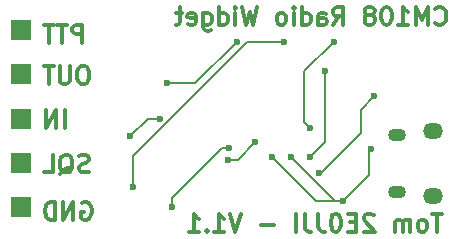
<source format=gbr>
%TF.GenerationSoftware,KiCad,Pcbnew,8.0.4+dfsg-1*%
%TF.CreationDate,2024-12-18T14:37:18+00:00*%
%TF.ProjectId,single-sided-radio-interface,73696e67-6c65-42d7-9369-6465642d7261,rev?*%
%TF.SameCoordinates,Original*%
%TF.FileFunction,Copper,L2,Bot*%
%TF.FilePolarity,Positive*%
%FSLAX46Y46*%
G04 Gerber Fmt 4.6, Leading zero omitted, Abs format (unit mm)*
G04 Created by KiCad (PCBNEW 8.0.4+dfsg-1) date 2024-12-18 14:37:18*
%MOMM*%
%LPD*%
G01*
G04 APERTURE LIST*
%ADD10C,0.300000*%
%TA.AperFunction,NonConductor*%
%ADD11C,0.300000*%
%TD*%
%TA.AperFunction,ComponentPad*%
%ADD12R,1.700000X1.700000*%
%TD*%
%TA.AperFunction,ComponentPad*%
%ADD13O,1.700000X1.350000*%
%TD*%
%TA.AperFunction,ComponentPad*%
%ADD14O,1.500000X1.100000*%
%TD*%
%TA.AperFunction,ViaPad*%
%ADD15C,0.600000*%
%TD*%
%TA.AperFunction,Conductor*%
%ADD16C,0.200000*%
%TD*%
G04 APERTURE END LIST*
D10*
D11*
X111088346Y-58657971D02*
X111159774Y-58729400D01*
X111159774Y-58729400D02*
X111374060Y-58800828D01*
X111374060Y-58800828D02*
X111516917Y-58800828D01*
X111516917Y-58800828D02*
X111731203Y-58729400D01*
X111731203Y-58729400D02*
X111874060Y-58586542D01*
X111874060Y-58586542D02*
X111945489Y-58443685D01*
X111945489Y-58443685D02*
X112016917Y-58157971D01*
X112016917Y-58157971D02*
X112016917Y-57943685D01*
X112016917Y-57943685D02*
X111945489Y-57657971D01*
X111945489Y-57657971D02*
X111874060Y-57515114D01*
X111874060Y-57515114D02*
X111731203Y-57372257D01*
X111731203Y-57372257D02*
X111516917Y-57300828D01*
X111516917Y-57300828D02*
X111374060Y-57300828D01*
X111374060Y-57300828D02*
X111159774Y-57372257D01*
X111159774Y-57372257D02*
X111088346Y-57443685D01*
X110445489Y-58800828D02*
X110445489Y-57300828D01*
X110445489Y-57300828D02*
X109945489Y-58372257D01*
X109945489Y-58372257D02*
X109445489Y-57300828D01*
X109445489Y-57300828D02*
X109445489Y-58800828D01*
X107945488Y-58800828D02*
X108802631Y-58800828D01*
X108374060Y-58800828D02*
X108374060Y-57300828D01*
X108374060Y-57300828D02*
X108516917Y-57515114D01*
X108516917Y-57515114D02*
X108659774Y-57657971D01*
X108659774Y-57657971D02*
X108802631Y-57729400D01*
X107016917Y-57300828D02*
X106874060Y-57300828D01*
X106874060Y-57300828D02*
X106731203Y-57372257D01*
X106731203Y-57372257D02*
X106659775Y-57443685D01*
X106659775Y-57443685D02*
X106588346Y-57586542D01*
X106588346Y-57586542D02*
X106516917Y-57872257D01*
X106516917Y-57872257D02*
X106516917Y-58229400D01*
X106516917Y-58229400D02*
X106588346Y-58515114D01*
X106588346Y-58515114D02*
X106659775Y-58657971D01*
X106659775Y-58657971D02*
X106731203Y-58729400D01*
X106731203Y-58729400D02*
X106874060Y-58800828D01*
X106874060Y-58800828D02*
X107016917Y-58800828D01*
X107016917Y-58800828D02*
X107159775Y-58729400D01*
X107159775Y-58729400D02*
X107231203Y-58657971D01*
X107231203Y-58657971D02*
X107302632Y-58515114D01*
X107302632Y-58515114D02*
X107374060Y-58229400D01*
X107374060Y-58229400D02*
X107374060Y-57872257D01*
X107374060Y-57872257D02*
X107302632Y-57586542D01*
X107302632Y-57586542D02*
X107231203Y-57443685D01*
X107231203Y-57443685D02*
X107159775Y-57372257D01*
X107159775Y-57372257D02*
X107016917Y-57300828D01*
X105659775Y-57943685D02*
X105802632Y-57872257D01*
X105802632Y-57872257D02*
X105874061Y-57800828D01*
X105874061Y-57800828D02*
X105945489Y-57657971D01*
X105945489Y-57657971D02*
X105945489Y-57586542D01*
X105945489Y-57586542D02*
X105874061Y-57443685D01*
X105874061Y-57443685D02*
X105802632Y-57372257D01*
X105802632Y-57372257D02*
X105659775Y-57300828D01*
X105659775Y-57300828D02*
X105374061Y-57300828D01*
X105374061Y-57300828D02*
X105231204Y-57372257D01*
X105231204Y-57372257D02*
X105159775Y-57443685D01*
X105159775Y-57443685D02*
X105088346Y-57586542D01*
X105088346Y-57586542D02*
X105088346Y-57657971D01*
X105088346Y-57657971D02*
X105159775Y-57800828D01*
X105159775Y-57800828D02*
X105231204Y-57872257D01*
X105231204Y-57872257D02*
X105374061Y-57943685D01*
X105374061Y-57943685D02*
X105659775Y-57943685D01*
X105659775Y-57943685D02*
X105802632Y-58015114D01*
X105802632Y-58015114D02*
X105874061Y-58086542D01*
X105874061Y-58086542D02*
X105945489Y-58229400D01*
X105945489Y-58229400D02*
X105945489Y-58515114D01*
X105945489Y-58515114D02*
X105874061Y-58657971D01*
X105874061Y-58657971D02*
X105802632Y-58729400D01*
X105802632Y-58729400D02*
X105659775Y-58800828D01*
X105659775Y-58800828D02*
X105374061Y-58800828D01*
X105374061Y-58800828D02*
X105231204Y-58729400D01*
X105231204Y-58729400D02*
X105159775Y-58657971D01*
X105159775Y-58657971D02*
X105088346Y-58515114D01*
X105088346Y-58515114D02*
X105088346Y-58229400D01*
X105088346Y-58229400D02*
X105159775Y-58086542D01*
X105159775Y-58086542D02*
X105231204Y-58015114D01*
X105231204Y-58015114D02*
X105374061Y-57943685D01*
X102445490Y-58800828D02*
X102945490Y-58086542D01*
X103302633Y-58800828D02*
X103302633Y-57300828D01*
X103302633Y-57300828D02*
X102731204Y-57300828D01*
X102731204Y-57300828D02*
X102588347Y-57372257D01*
X102588347Y-57372257D02*
X102516918Y-57443685D01*
X102516918Y-57443685D02*
X102445490Y-57586542D01*
X102445490Y-57586542D02*
X102445490Y-57800828D01*
X102445490Y-57800828D02*
X102516918Y-57943685D01*
X102516918Y-57943685D02*
X102588347Y-58015114D01*
X102588347Y-58015114D02*
X102731204Y-58086542D01*
X102731204Y-58086542D02*
X103302633Y-58086542D01*
X101159776Y-58800828D02*
X101159776Y-58015114D01*
X101159776Y-58015114D02*
X101231204Y-57872257D01*
X101231204Y-57872257D02*
X101374061Y-57800828D01*
X101374061Y-57800828D02*
X101659776Y-57800828D01*
X101659776Y-57800828D02*
X101802633Y-57872257D01*
X101159776Y-58729400D02*
X101302633Y-58800828D01*
X101302633Y-58800828D02*
X101659776Y-58800828D01*
X101659776Y-58800828D02*
X101802633Y-58729400D01*
X101802633Y-58729400D02*
X101874061Y-58586542D01*
X101874061Y-58586542D02*
X101874061Y-58443685D01*
X101874061Y-58443685D02*
X101802633Y-58300828D01*
X101802633Y-58300828D02*
X101659776Y-58229400D01*
X101659776Y-58229400D02*
X101302633Y-58229400D01*
X101302633Y-58229400D02*
X101159776Y-58157971D01*
X99802633Y-58800828D02*
X99802633Y-57300828D01*
X99802633Y-58729400D02*
X99945490Y-58800828D01*
X99945490Y-58800828D02*
X100231204Y-58800828D01*
X100231204Y-58800828D02*
X100374061Y-58729400D01*
X100374061Y-58729400D02*
X100445490Y-58657971D01*
X100445490Y-58657971D02*
X100516918Y-58515114D01*
X100516918Y-58515114D02*
X100516918Y-58086542D01*
X100516918Y-58086542D02*
X100445490Y-57943685D01*
X100445490Y-57943685D02*
X100374061Y-57872257D01*
X100374061Y-57872257D02*
X100231204Y-57800828D01*
X100231204Y-57800828D02*
X99945490Y-57800828D01*
X99945490Y-57800828D02*
X99802633Y-57872257D01*
X99088347Y-58800828D02*
X99088347Y-57800828D01*
X99088347Y-57300828D02*
X99159775Y-57372257D01*
X99159775Y-57372257D02*
X99088347Y-57443685D01*
X99088347Y-57443685D02*
X99016918Y-57372257D01*
X99016918Y-57372257D02*
X99088347Y-57300828D01*
X99088347Y-57300828D02*
X99088347Y-57443685D01*
X98159775Y-58800828D02*
X98302632Y-58729400D01*
X98302632Y-58729400D02*
X98374061Y-58657971D01*
X98374061Y-58657971D02*
X98445489Y-58515114D01*
X98445489Y-58515114D02*
X98445489Y-58086542D01*
X98445489Y-58086542D02*
X98374061Y-57943685D01*
X98374061Y-57943685D02*
X98302632Y-57872257D01*
X98302632Y-57872257D02*
X98159775Y-57800828D01*
X98159775Y-57800828D02*
X97945489Y-57800828D01*
X97945489Y-57800828D02*
X97802632Y-57872257D01*
X97802632Y-57872257D02*
X97731204Y-57943685D01*
X97731204Y-57943685D02*
X97659775Y-58086542D01*
X97659775Y-58086542D02*
X97659775Y-58515114D01*
X97659775Y-58515114D02*
X97731204Y-58657971D01*
X97731204Y-58657971D02*
X97802632Y-58729400D01*
X97802632Y-58729400D02*
X97945489Y-58800828D01*
X97945489Y-58800828D02*
X98159775Y-58800828D01*
X96016918Y-57300828D02*
X95659775Y-58800828D01*
X95659775Y-58800828D02*
X95374061Y-57729400D01*
X95374061Y-57729400D02*
X95088346Y-58800828D01*
X95088346Y-58800828D02*
X94731204Y-57300828D01*
X94159775Y-58800828D02*
X94159775Y-57800828D01*
X94159775Y-57300828D02*
X94231203Y-57372257D01*
X94231203Y-57372257D02*
X94159775Y-57443685D01*
X94159775Y-57443685D02*
X94088346Y-57372257D01*
X94088346Y-57372257D02*
X94159775Y-57300828D01*
X94159775Y-57300828D02*
X94159775Y-57443685D01*
X92802632Y-58800828D02*
X92802632Y-57300828D01*
X92802632Y-58729400D02*
X92945489Y-58800828D01*
X92945489Y-58800828D02*
X93231203Y-58800828D01*
X93231203Y-58800828D02*
X93374060Y-58729400D01*
X93374060Y-58729400D02*
X93445489Y-58657971D01*
X93445489Y-58657971D02*
X93516917Y-58515114D01*
X93516917Y-58515114D02*
X93516917Y-58086542D01*
X93516917Y-58086542D02*
X93445489Y-57943685D01*
X93445489Y-57943685D02*
X93374060Y-57872257D01*
X93374060Y-57872257D02*
X93231203Y-57800828D01*
X93231203Y-57800828D02*
X92945489Y-57800828D01*
X92945489Y-57800828D02*
X92802632Y-57872257D01*
X91445489Y-57800828D02*
X91445489Y-59015114D01*
X91445489Y-59015114D02*
X91516917Y-59157971D01*
X91516917Y-59157971D02*
X91588346Y-59229400D01*
X91588346Y-59229400D02*
X91731203Y-59300828D01*
X91731203Y-59300828D02*
X91945489Y-59300828D01*
X91945489Y-59300828D02*
X92088346Y-59229400D01*
X91445489Y-58729400D02*
X91588346Y-58800828D01*
X91588346Y-58800828D02*
X91874060Y-58800828D01*
X91874060Y-58800828D02*
X92016917Y-58729400D01*
X92016917Y-58729400D02*
X92088346Y-58657971D01*
X92088346Y-58657971D02*
X92159774Y-58515114D01*
X92159774Y-58515114D02*
X92159774Y-58086542D01*
X92159774Y-58086542D02*
X92088346Y-57943685D01*
X92088346Y-57943685D02*
X92016917Y-57872257D01*
X92016917Y-57872257D02*
X91874060Y-57800828D01*
X91874060Y-57800828D02*
X91588346Y-57800828D01*
X91588346Y-57800828D02*
X91445489Y-57872257D01*
X90159774Y-58729400D02*
X90302631Y-58800828D01*
X90302631Y-58800828D02*
X90588346Y-58800828D01*
X90588346Y-58800828D02*
X90731203Y-58729400D01*
X90731203Y-58729400D02*
X90802631Y-58586542D01*
X90802631Y-58586542D02*
X90802631Y-58015114D01*
X90802631Y-58015114D02*
X90731203Y-57872257D01*
X90731203Y-57872257D02*
X90588346Y-57800828D01*
X90588346Y-57800828D02*
X90302631Y-57800828D01*
X90302631Y-57800828D02*
X90159774Y-57872257D01*
X90159774Y-57872257D02*
X90088346Y-58015114D01*
X90088346Y-58015114D02*
X90088346Y-58157971D01*
X90088346Y-58157971D02*
X90802631Y-58300828D01*
X89659774Y-57800828D02*
X89088346Y-57800828D01*
X89445489Y-57300828D02*
X89445489Y-58586542D01*
X89445489Y-58586542D02*
X89374060Y-58729400D01*
X89374060Y-58729400D02*
X89231203Y-58800828D01*
X89231203Y-58800828D02*
X89088346Y-58800828D01*
D10*
D11*
X79695489Y-67550828D02*
X79695489Y-66050828D01*
X78981203Y-67550828D02*
X78981203Y-66050828D01*
X78981203Y-66050828D02*
X78124060Y-67550828D01*
X78124060Y-67550828D02*
X78124060Y-66050828D01*
D10*
D11*
X81195489Y-60300828D02*
X81195489Y-58800828D01*
X81195489Y-58800828D02*
X80624060Y-58800828D01*
X80624060Y-58800828D02*
X80481203Y-58872257D01*
X80481203Y-58872257D02*
X80409774Y-58943685D01*
X80409774Y-58943685D02*
X80338346Y-59086542D01*
X80338346Y-59086542D02*
X80338346Y-59300828D01*
X80338346Y-59300828D02*
X80409774Y-59443685D01*
X80409774Y-59443685D02*
X80481203Y-59515114D01*
X80481203Y-59515114D02*
X80624060Y-59586542D01*
X80624060Y-59586542D02*
X81195489Y-59586542D01*
X79909774Y-58800828D02*
X79052632Y-58800828D01*
X79481203Y-60300828D02*
X79481203Y-58800828D01*
X78766917Y-58800828D02*
X77909775Y-58800828D01*
X78338346Y-60300828D02*
X78338346Y-58800828D01*
D10*
D11*
X81159774Y-73872257D02*
X81302632Y-73800828D01*
X81302632Y-73800828D02*
X81516917Y-73800828D01*
X81516917Y-73800828D02*
X81731203Y-73872257D01*
X81731203Y-73872257D02*
X81874060Y-74015114D01*
X81874060Y-74015114D02*
X81945489Y-74157971D01*
X81945489Y-74157971D02*
X82016917Y-74443685D01*
X82016917Y-74443685D02*
X82016917Y-74657971D01*
X82016917Y-74657971D02*
X81945489Y-74943685D01*
X81945489Y-74943685D02*
X81874060Y-75086542D01*
X81874060Y-75086542D02*
X81731203Y-75229400D01*
X81731203Y-75229400D02*
X81516917Y-75300828D01*
X81516917Y-75300828D02*
X81374060Y-75300828D01*
X81374060Y-75300828D02*
X81159774Y-75229400D01*
X81159774Y-75229400D02*
X81088346Y-75157971D01*
X81088346Y-75157971D02*
X81088346Y-74657971D01*
X81088346Y-74657971D02*
X81374060Y-74657971D01*
X80445489Y-75300828D02*
X80445489Y-73800828D01*
X80445489Y-73800828D02*
X79588346Y-75300828D01*
X79588346Y-75300828D02*
X79588346Y-73800828D01*
X78874060Y-75300828D02*
X78874060Y-73800828D01*
X78874060Y-73800828D02*
X78516917Y-73800828D01*
X78516917Y-73800828D02*
X78302631Y-73872257D01*
X78302631Y-73872257D02*
X78159774Y-74015114D01*
X78159774Y-74015114D02*
X78088345Y-74157971D01*
X78088345Y-74157971D02*
X78016917Y-74443685D01*
X78016917Y-74443685D02*
X78016917Y-74657971D01*
X78016917Y-74657971D02*
X78088345Y-74943685D01*
X78088345Y-74943685D02*
X78159774Y-75086542D01*
X78159774Y-75086542D02*
X78302631Y-75229400D01*
X78302631Y-75229400D02*
X78516917Y-75300828D01*
X78516917Y-75300828D02*
X78874060Y-75300828D01*
D10*
D11*
X81409774Y-62300828D02*
X81124060Y-62300828D01*
X81124060Y-62300828D02*
X80981203Y-62372257D01*
X80981203Y-62372257D02*
X80838346Y-62515114D01*
X80838346Y-62515114D02*
X80766917Y-62800828D01*
X80766917Y-62800828D02*
X80766917Y-63300828D01*
X80766917Y-63300828D02*
X80838346Y-63586542D01*
X80838346Y-63586542D02*
X80981203Y-63729400D01*
X80981203Y-63729400D02*
X81124060Y-63800828D01*
X81124060Y-63800828D02*
X81409774Y-63800828D01*
X81409774Y-63800828D02*
X81552632Y-63729400D01*
X81552632Y-63729400D02*
X81695489Y-63586542D01*
X81695489Y-63586542D02*
X81766917Y-63300828D01*
X81766917Y-63300828D02*
X81766917Y-62800828D01*
X81766917Y-62800828D02*
X81695489Y-62515114D01*
X81695489Y-62515114D02*
X81552632Y-62372257D01*
X81552632Y-62372257D02*
X81409774Y-62300828D01*
X80124060Y-62300828D02*
X80124060Y-63515114D01*
X80124060Y-63515114D02*
X80052631Y-63657971D01*
X80052631Y-63657971D02*
X79981203Y-63729400D01*
X79981203Y-63729400D02*
X79838345Y-63800828D01*
X79838345Y-63800828D02*
X79552631Y-63800828D01*
X79552631Y-63800828D02*
X79409774Y-63729400D01*
X79409774Y-63729400D02*
X79338345Y-63657971D01*
X79338345Y-63657971D02*
X79266917Y-63515114D01*
X79266917Y-63515114D02*
X79266917Y-62300828D01*
X78766916Y-62300828D02*
X77909774Y-62300828D01*
X78338345Y-63800828D02*
X78338345Y-62300828D01*
D10*
D11*
X111659774Y-74800828D02*
X110802632Y-74800828D01*
X111231203Y-76300828D02*
X111231203Y-74800828D01*
X110088346Y-76300828D02*
X110231203Y-76229400D01*
X110231203Y-76229400D02*
X110302632Y-76157971D01*
X110302632Y-76157971D02*
X110374060Y-76015114D01*
X110374060Y-76015114D02*
X110374060Y-75586542D01*
X110374060Y-75586542D02*
X110302632Y-75443685D01*
X110302632Y-75443685D02*
X110231203Y-75372257D01*
X110231203Y-75372257D02*
X110088346Y-75300828D01*
X110088346Y-75300828D02*
X109874060Y-75300828D01*
X109874060Y-75300828D02*
X109731203Y-75372257D01*
X109731203Y-75372257D02*
X109659775Y-75443685D01*
X109659775Y-75443685D02*
X109588346Y-75586542D01*
X109588346Y-75586542D02*
X109588346Y-76015114D01*
X109588346Y-76015114D02*
X109659775Y-76157971D01*
X109659775Y-76157971D02*
X109731203Y-76229400D01*
X109731203Y-76229400D02*
X109874060Y-76300828D01*
X109874060Y-76300828D02*
X110088346Y-76300828D01*
X108945489Y-76300828D02*
X108945489Y-75300828D01*
X108945489Y-75443685D02*
X108874060Y-75372257D01*
X108874060Y-75372257D02*
X108731203Y-75300828D01*
X108731203Y-75300828D02*
X108516917Y-75300828D01*
X108516917Y-75300828D02*
X108374060Y-75372257D01*
X108374060Y-75372257D02*
X108302632Y-75515114D01*
X108302632Y-75515114D02*
X108302632Y-76300828D01*
X108302632Y-75515114D02*
X108231203Y-75372257D01*
X108231203Y-75372257D02*
X108088346Y-75300828D01*
X108088346Y-75300828D02*
X107874060Y-75300828D01*
X107874060Y-75300828D02*
X107731203Y-75372257D01*
X107731203Y-75372257D02*
X107659774Y-75515114D01*
X107659774Y-75515114D02*
X107659774Y-76300828D01*
X105874060Y-74943685D02*
X105802632Y-74872257D01*
X105802632Y-74872257D02*
X105659775Y-74800828D01*
X105659775Y-74800828D02*
X105302632Y-74800828D01*
X105302632Y-74800828D02*
X105159775Y-74872257D01*
X105159775Y-74872257D02*
X105088346Y-74943685D01*
X105088346Y-74943685D02*
X105016917Y-75086542D01*
X105016917Y-75086542D02*
X105016917Y-75229400D01*
X105016917Y-75229400D02*
X105088346Y-75443685D01*
X105088346Y-75443685D02*
X105945489Y-76300828D01*
X105945489Y-76300828D02*
X105016917Y-76300828D01*
X104374061Y-75515114D02*
X103874061Y-75515114D01*
X103659775Y-76300828D02*
X104374061Y-76300828D01*
X104374061Y-76300828D02*
X104374061Y-74800828D01*
X104374061Y-74800828D02*
X103659775Y-74800828D01*
X102731203Y-74800828D02*
X102588346Y-74800828D01*
X102588346Y-74800828D02*
X102445489Y-74872257D01*
X102445489Y-74872257D02*
X102374061Y-74943685D01*
X102374061Y-74943685D02*
X102302632Y-75086542D01*
X102302632Y-75086542D02*
X102231203Y-75372257D01*
X102231203Y-75372257D02*
X102231203Y-75729400D01*
X102231203Y-75729400D02*
X102302632Y-76015114D01*
X102302632Y-76015114D02*
X102374061Y-76157971D01*
X102374061Y-76157971D02*
X102445489Y-76229400D01*
X102445489Y-76229400D02*
X102588346Y-76300828D01*
X102588346Y-76300828D02*
X102731203Y-76300828D01*
X102731203Y-76300828D02*
X102874061Y-76229400D01*
X102874061Y-76229400D02*
X102945489Y-76157971D01*
X102945489Y-76157971D02*
X103016918Y-76015114D01*
X103016918Y-76015114D02*
X103088346Y-75729400D01*
X103088346Y-75729400D02*
X103088346Y-75372257D01*
X103088346Y-75372257D02*
X103016918Y-75086542D01*
X103016918Y-75086542D02*
X102945489Y-74943685D01*
X102945489Y-74943685D02*
X102874061Y-74872257D01*
X102874061Y-74872257D02*
X102731203Y-74800828D01*
X101159775Y-74800828D02*
X101159775Y-75872257D01*
X101159775Y-75872257D02*
X101231204Y-76086542D01*
X101231204Y-76086542D02*
X101374061Y-76229400D01*
X101374061Y-76229400D02*
X101588347Y-76300828D01*
X101588347Y-76300828D02*
X101731204Y-76300828D01*
X100016918Y-74800828D02*
X100016918Y-75872257D01*
X100016918Y-75872257D02*
X100088347Y-76086542D01*
X100088347Y-76086542D02*
X100231204Y-76229400D01*
X100231204Y-76229400D02*
X100445490Y-76300828D01*
X100445490Y-76300828D02*
X100588347Y-76300828D01*
X99302633Y-76300828D02*
X99302633Y-74800828D01*
X97445490Y-75729400D02*
X96302633Y-75729400D01*
X94659775Y-74800828D02*
X94159775Y-76300828D01*
X94159775Y-76300828D02*
X93659775Y-74800828D01*
X92374061Y-76300828D02*
X93231204Y-76300828D01*
X92802633Y-76300828D02*
X92802633Y-74800828D01*
X92802633Y-74800828D02*
X92945490Y-75015114D01*
X92945490Y-75015114D02*
X93088347Y-75157971D01*
X93088347Y-75157971D02*
X93231204Y-75229400D01*
X91731205Y-76157971D02*
X91659776Y-76229400D01*
X91659776Y-76229400D02*
X91731205Y-76300828D01*
X91731205Y-76300828D02*
X91802633Y-76229400D01*
X91802633Y-76229400D02*
X91731205Y-76157971D01*
X91731205Y-76157971D02*
X91731205Y-76300828D01*
X90231204Y-76300828D02*
X91088347Y-76300828D01*
X90659776Y-76300828D02*
X90659776Y-74800828D01*
X90659776Y-74800828D02*
X90802633Y-75015114D01*
X90802633Y-75015114D02*
X90945490Y-75157971D01*
X90945490Y-75157971D02*
X91088347Y-75229400D01*
D10*
D11*
X81766917Y-71229400D02*
X81552632Y-71300828D01*
X81552632Y-71300828D02*
X81195489Y-71300828D01*
X81195489Y-71300828D02*
X81052632Y-71229400D01*
X81052632Y-71229400D02*
X80981203Y-71157971D01*
X80981203Y-71157971D02*
X80909774Y-71015114D01*
X80909774Y-71015114D02*
X80909774Y-70872257D01*
X80909774Y-70872257D02*
X80981203Y-70729400D01*
X80981203Y-70729400D02*
X81052632Y-70657971D01*
X81052632Y-70657971D02*
X81195489Y-70586542D01*
X81195489Y-70586542D02*
X81481203Y-70515114D01*
X81481203Y-70515114D02*
X81624060Y-70443685D01*
X81624060Y-70443685D02*
X81695489Y-70372257D01*
X81695489Y-70372257D02*
X81766917Y-70229400D01*
X81766917Y-70229400D02*
X81766917Y-70086542D01*
X81766917Y-70086542D02*
X81695489Y-69943685D01*
X81695489Y-69943685D02*
X81624060Y-69872257D01*
X81624060Y-69872257D02*
X81481203Y-69800828D01*
X81481203Y-69800828D02*
X81124060Y-69800828D01*
X81124060Y-69800828D02*
X80909774Y-69872257D01*
X79266918Y-71443685D02*
X79409775Y-71372257D01*
X79409775Y-71372257D02*
X79552632Y-71229400D01*
X79552632Y-71229400D02*
X79766918Y-71015114D01*
X79766918Y-71015114D02*
X79909775Y-70943685D01*
X79909775Y-70943685D02*
X80052632Y-70943685D01*
X79981203Y-71300828D02*
X80124061Y-71229400D01*
X80124061Y-71229400D02*
X80266918Y-71086542D01*
X80266918Y-71086542D02*
X80338346Y-70800828D01*
X80338346Y-70800828D02*
X80338346Y-70300828D01*
X80338346Y-70300828D02*
X80266918Y-70015114D01*
X80266918Y-70015114D02*
X80124061Y-69872257D01*
X80124061Y-69872257D02*
X79981203Y-69800828D01*
X79981203Y-69800828D02*
X79695489Y-69800828D01*
X79695489Y-69800828D02*
X79552632Y-69872257D01*
X79552632Y-69872257D02*
X79409775Y-70015114D01*
X79409775Y-70015114D02*
X79338346Y-70300828D01*
X79338346Y-70300828D02*
X79338346Y-70800828D01*
X79338346Y-70800828D02*
X79409775Y-71086542D01*
X79409775Y-71086542D02*
X79552632Y-71229400D01*
X79552632Y-71229400D02*
X79695489Y-71300828D01*
X79695489Y-71300828D02*
X79981203Y-71300828D01*
X77981203Y-71300828D02*
X78695489Y-71300828D01*
X78695489Y-71300828D02*
X78695489Y-69800828D01*
D12*
%TO.P,J6,1,Pin_1*%
%TO.N,AUDIO_OUT*%
X76000000Y-63000000D03*
%TD*%
%TO.P,J8,1,Pin_1*%
%TO.N,SQUELCH*%
X76000000Y-70500000D03*
%TD*%
%TO.P,J5,1,Pin_1*%
%TO.N,PTT*%
X76000000Y-59250000D03*
%TD*%
D13*
%TO.P,J10,6,Shield*%
%TO.N,unconnected-(J10-Shield-Pad6)*%
X110865000Y-73255000D03*
D14*
X107865000Y-72945000D03*
X107865000Y-68105000D03*
D13*
X110865000Y-67795000D03*
%TD*%
D12*
%TO.P,J7,1,Pin_1*%
%TO.N,AUDIO_IN*%
X76000000Y-66750000D03*
%TD*%
%TO.P,J9,1,Pin_1*%
%TO.N,GND*%
X76000000Y-74250000D03*
%TD*%
D15*
%TO.N,GND*%
X87750000Y-66750000D03*
X98850000Y-70000000D03*
X97250000Y-70000000D03*
X85250000Y-68250000D03*
X105674265Y-69325735D03*
X103250000Y-73750000D03*
%TO.N,VCC*%
X101250000Y-71350000D03*
X105886765Y-64863235D03*
%TO.N,+3V3*%
X102500000Y-60250000D03*
X100500000Y-67500000D03*
%TO.N,Net-(D1-A)*%
X98250000Y-60250000D03*
X85500000Y-72500000D03*
%TO.N,Net-(U1-USBDM)*%
X100500000Y-70000000D03*
X101750000Y-62750000D03*
%TO.N,Net-(U1-XO)*%
X88400000Y-63750000D03*
X94250000Y-60250000D03*
%TO.N,NET-(U1-BGREF)*%
X88750000Y-74250000D03*
X93625000Y-69250000D03*
%TO.N,Net-(U1-LOL)*%
X95850000Y-68750000D03*
X93500000Y-70250000D03*
%TD*%
D16*
%TO.N,+3V3*%
X102500000Y-60250000D02*
X100000000Y-62750000D01*
X100000000Y-62750000D02*
X100000000Y-67000000D01*
X100000000Y-67000000D02*
X100500000Y-67500000D01*
%TO.N,GND*%
X103250000Y-73750000D02*
X105500000Y-71500000D01*
X105500000Y-71500000D02*
X105500000Y-69500000D01*
X105500000Y-69500000D02*
X105674265Y-69325735D01*
X103250000Y-73750000D02*
X101000000Y-73750000D01*
X101000000Y-73750000D02*
X97250000Y-70000000D01*
X103250000Y-73750000D02*
X102600000Y-73750000D01*
X102600000Y-73750000D02*
X98850000Y-70000000D01*
%TO.N,VCC*%
X101250000Y-71350000D02*
X101400000Y-71350000D01*
X101400000Y-71350000D02*
X104750000Y-68000000D01*
X104750000Y-68000000D02*
X104750000Y-66000000D01*
X104750000Y-66000000D02*
X105886765Y-64863235D01*
%TO.N,NET-(U1-BGREF)*%
X93625000Y-69250000D02*
X93000000Y-69250000D01*
X93000000Y-69250000D02*
X88750000Y-73500000D01*
X88750000Y-73500000D02*
X88750000Y-74250000D01*
%TO.N,Net-(U1-LOL)*%
X93500000Y-70250000D02*
X94350000Y-70250000D01*
X94350000Y-70250000D02*
X95850000Y-68750000D01*
%TO.N,Net-(D1-A)*%
X85500000Y-72500000D02*
X85500000Y-69901471D01*
X85500000Y-69901471D02*
X95151471Y-60250000D01*
X95151471Y-60250000D02*
X98250000Y-60250000D01*
%TO.N,GND*%
X86750000Y-66750000D02*
X85250000Y-68250000D01*
X87750000Y-66750000D02*
X86750000Y-66750000D01*
%TO.N,Net-(U1-USBDM)*%
X100500000Y-70000000D02*
X101750000Y-68750000D01*
X101750000Y-68750000D02*
X101750000Y-62750000D01*
%TO.N,Net-(U1-XO)*%
X94250000Y-60250000D02*
X90750000Y-63750000D01*
X90750000Y-63750000D02*
X88400000Y-63750000D01*
%TD*%
M02*

</source>
